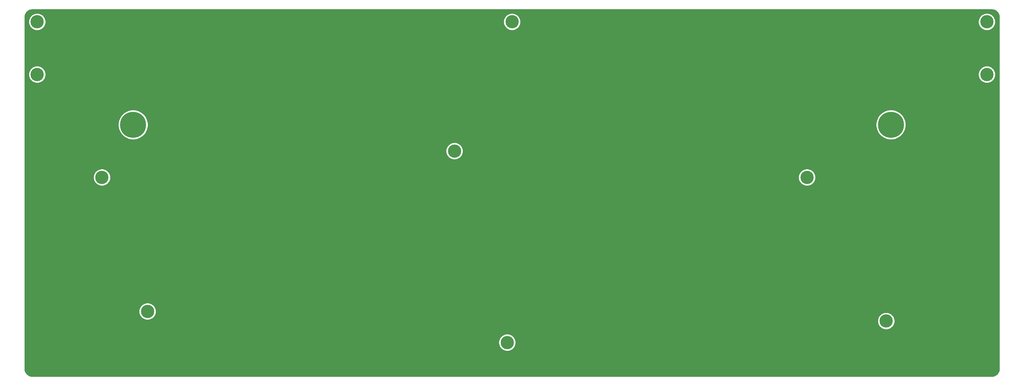
<source format=gbr>
G04 #@! TF.GenerationSoftware,KiCad,Pcbnew,(5.1.6)-1*
G04 #@! TF.CreationDate,2022-07-30T11:43:32-05:00*
G04 #@! TF.ProjectId,pinstripe_bottom,70696e73-7472-4697-9065-5f626f74746f,rev?*
G04 #@! TF.SameCoordinates,Original*
G04 #@! TF.FileFunction,Copper,L2,Bot*
G04 #@! TF.FilePolarity,Positive*
%FSLAX46Y46*%
G04 Gerber Fmt 4.6, Leading zero omitted, Abs format (unit mm)*
G04 Created by KiCad (PCBNEW (5.1.6)-1) date 2022-07-30 11:43:32*
%MOMM*%
%LPD*%
G01*
G04 APERTURE LIST*
G04 #@! TA.AperFunction,ComponentPad*
%ADD10C,4.400000*%
G04 #@! TD*
G04 #@! TA.AperFunction,ComponentPad*
%ADD11C,8.600000*%
G04 #@! TD*
G04 #@! TA.AperFunction,NonConductor*
%ADD12C,0.254000*%
G04 #@! TD*
G04 APERTURE END LIST*
D10*
X354012500Y-146050000D03*
X177800000Y-171450000D03*
X196850000Y-128587500D03*
X195262500Y-234950000D03*
X320675000Y-227806250D03*
X39687500Y-128587500D03*
X39687500Y-146050000D03*
X61118750Y-180181250D03*
X294481250Y-180181250D03*
X76200000Y-224631250D03*
X354012500Y-128587500D03*
D11*
X322262500Y-162718750D03*
X71437500Y-162718750D03*
D12*
G36*
X356087884Y-124536002D02*
G01*
X356557188Y-124677694D01*
X356990025Y-124907837D01*
X357369927Y-125217678D01*
X357682403Y-125595397D01*
X357915569Y-126026627D01*
X358060532Y-126494928D01*
X358115001Y-127013163D01*
X358115000Y-243648972D01*
X358063998Y-244169133D01*
X357922307Y-244638436D01*
X357692161Y-245071278D01*
X357382323Y-245451177D01*
X357004600Y-245763656D01*
X356573373Y-245996819D01*
X356105073Y-246141782D01*
X355586847Y-246196250D01*
X38132278Y-246196250D01*
X37612117Y-246145248D01*
X37142814Y-246003557D01*
X36709972Y-245773411D01*
X36330073Y-245463573D01*
X36017594Y-245085850D01*
X35784431Y-244654623D01*
X35639468Y-244186323D01*
X35585000Y-243668097D01*
X35585000Y-234670777D01*
X192427500Y-234670777D01*
X192427500Y-235229223D01*
X192536448Y-235776939D01*
X192750156Y-236292876D01*
X193060412Y-236757207D01*
X193455293Y-237152088D01*
X193919624Y-237462344D01*
X194435561Y-237676052D01*
X194983277Y-237785000D01*
X195541723Y-237785000D01*
X196089439Y-237676052D01*
X196605376Y-237462344D01*
X197069707Y-237152088D01*
X197464588Y-236757207D01*
X197774844Y-236292876D01*
X197988552Y-235776939D01*
X198097500Y-235229223D01*
X198097500Y-234670777D01*
X197988552Y-234123061D01*
X197774844Y-233607124D01*
X197464588Y-233142793D01*
X197069707Y-232747912D01*
X196605376Y-232437656D01*
X196089439Y-232223948D01*
X195541723Y-232115000D01*
X194983277Y-232115000D01*
X194435561Y-232223948D01*
X193919624Y-232437656D01*
X193455293Y-232747912D01*
X193060412Y-233142793D01*
X192750156Y-233607124D01*
X192536448Y-234123061D01*
X192427500Y-234670777D01*
X35585000Y-234670777D01*
X35585000Y-227527027D01*
X317840000Y-227527027D01*
X317840000Y-228085473D01*
X317948948Y-228633189D01*
X318162656Y-229149126D01*
X318472912Y-229613457D01*
X318867793Y-230008338D01*
X319332124Y-230318594D01*
X319848061Y-230532302D01*
X320395777Y-230641250D01*
X320954223Y-230641250D01*
X321501939Y-230532302D01*
X322017876Y-230318594D01*
X322482207Y-230008338D01*
X322877088Y-229613457D01*
X323187344Y-229149126D01*
X323401052Y-228633189D01*
X323510000Y-228085473D01*
X323510000Y-227527027D01*
X323401052Y-226979311D01*
X323187344Y-226463374D01*
X322877088Y-225999043D01*
X322482207Y-225604162D01*
X322017876Y-225293906D01*
X321501939Y-225080198D01*
X320954223Y-224971250D01*
X320395777Y-224971250D01*
X319848061Y-225080198D01*
X319332124Y-225293906D01*
X318867793Y-225604162D01*
X318472912Y-225999043D01*
X318162656Y-226463374D01*
X317948948Y-226979311D01*
X317840000Y-227527027D01*
X35585000Y-227527027D01*
X35585000Y-224352027D01*
X73365000Y-224352027D01*
X73365000Y-224910473D01*
X73473948Y-225458189D01*
X73687656Y-225974126D01*
X73997912Y-226438457D01*
X74392793Y-226833338D01*
X74857124Y-227143594D01*
X75373061Y-227357302D01*
X75920777Y-227466250D01*
X76479223Y-227466250D01*
X77026939Y-227357302D01*
X77542876Y-227143594D01*
X78007207Y-226833338D01*
X78402088Y-226438457D01*
X78712344Y-225974126D01*
X78926052Y-225458189D01*
X79035000Y-224910473D01*
X79035000Y-224352027D01*
X78926052Y-223804311D01*
X78712344Y-223288374D01*
X78402088Y-222824043D01*
X78007207Y-222429162D01*
X77542876Y-222118906D01*
X77026939Y-221905198D01*
X76479223Y-221796250D01*
X75920777Y-221796250D01*
X75373061Y-221905198D01*
X74857124Y-222118906D01*
X74392793Y-222429162D01*
X73997912Y-222824043D01*
X73687656Y-223288374D01*
X73473948Y-223804311D01*
X73365000Y-224352027D01*
X35585000Y-224352027D01*
X35585000Y-179902027D01*
X58283750Y-179902027D01*
X58283750Y-180460473D01*
X58392698Y-181008189D01*
X58606406Y-181524126D01*
X58916662Y-181988457D01*
X59311543Y-182383338D01*
X59775874Y-182693594D01*
X60291811Y-182907302D01*
X60839527Y-183016250D01*
X61397973Y-183016250D01*
X61945689Y-182907302D01*
X62461626Y-182693594D01*
X62925957Y-182383338D01*
X63320838Y-181988457D01*
X63631094Y-181524126D01*
X63844802Y-181008189D01*
X63953750Y-180460473D01*
X63953750Y-179902027D01*
X291646250Y-179902027D01*
X291646250Y-180460473D01*
X291755198Y-181008189D01*
X291968906Y-181524126D01*
X292279162Y-181988457D01*
X292674043Y-182383338D01*
X293138374Y-182693594D01*
X293654311Y-182907302D01*
X294202027Y-183016250D01*
X294760473Y-183016250D01*
X295308189Y-182907302D01*
X295824126Y-182693594D01*
X296288457Y-182383338D01*
X296683338Y-181988457D01*
X296993594Y-181524126D01*
X297207302Y-181008189D01*
X297316250Y-180460473D01*
X297316250Y-179902027D01*
X297207302Y-179354311D01*
X296993594Y-178838374D01*
X296683338Y-178374043D01*
X296288457Y-177979162D01*
X295824126Y-177668906D01*
X295308189Y-177455198D01*
X294760473Y-177346250D01*
X294202027Y-177346250D01*
X293654311Y-177455198D01*
X293138374Y-177668906D01*
X292674043Y-177979162D01*
X292279162Y-178374043D01*
X291968906Y-178838374D01*
X291755198Y-179354311D01*
X291646250Y-179902027D01*
X63953750Y-179902027D01*
X63844802Y-179354311D01*
X63631094Y-178838374D01*
X63320838Y-178374043D01*
X62925957Y-177979162D01*
X62461626Y-177668906D01*
X61945689Y-177455198D01*
X61397973Y-177346250D01*
X60839527Y-177346250D01*
X60291811Y-177455198D01*
X59775874Y-177668906D01*
X59311543Y-177979162D01*
X58916662Y-178374043D01*
X58606406Y-178838374D01*
X58392698Y-179354311D01*
X58283750Y-179902027D01*
X35585000Y-179902027D01*
X35585000Y-171170777D01*
X174965000Y-171170777D01*
X174965000Y-171729223D01*
X175073948Y-172276939D01*
X175287656Y-172792876D01*
X175597912Y-173257207D01*
X175992793Y-173652088D01*
X176457124Y-173962344D01*
X176973061Y-174176052D01*
X177520777Y-174285000D01*
X178079223Y-174285000D01*
X178626939Y-174176052D01*
X179142876Y-173962344D01*
X179607207Y-173652088D01*
X180002088Y-173257207D01*
X180312344Y-172792876D01*
X180526052Y-172276939D01*
X180635000Y-171729223D01*
X180635000Y-171170777D01*
X180526052Y-170623061D01*
X180312344Y-170107124D01*
X180002088Y-169642793D01*
X179607207Y-169247912D01*
X179142876Y-168937656D01*
X178626939Y-168723948D01*
X178079223Y-168615000D01*
X177520777Y-168615000D01*
X176973061Y-168723948D01*
X176457124Y-168937656D01*
X175992793Y-169247912D01*
X175597912Y-169642793D01*
X175287656Y-170107124D01*
X175073948Y-170623061D01*
X174965000Y-171170777D01*
X35585000Y-171170777D01*
X35585000Y-162232695D01*
X66502500Y-162232695D01*
X66502500Y-163204805D01*
X66692150Y-164158236D01*
X67064160Y-165056349D01*
X67604235Y-165864629D01*
X68291621Y-166552015D01*
X69099901Y-167092090D01*
X69998014Y-167464100D01*
X70951445Y-167653750D01*
X71923555Y-167653750D01*
X72876986Y-167464100D01*
X73775099Y-167092090D01*
X74583379Y-166552015D01*
X75270765Y-165864629D01*
X75810840Y-165056349D01*
X76182850Y-164158236D01*
X76372500Y-163204805D01*
X76372500Y-162232695D01*
X317327500Y-162232695D01*
X317327500Y-163204805D01*
X317517150Y-164158236D01*
X317889160Y-165056349D01*
X318429235Y-165864629D01*
X319116621Y-166552015D01*
X319924901Y-167092090D01*
X320823014Y-167464100D01*
X321776445Y-167653750D01*
X322748555Y-167653750D01*
X323701986Y-167464100D01*
X324600099Y-167092090D01*
X325408379Y-166552015D01*
X326095765Y-165864629D01*
X326635840Y-165056349D01*
X327007850Y-164158236D01*
X327197500Y-163204805D01*
X327197500Y-162232695D01*
X327007850Y-161279264D01*
X326635840Y-160381151D01*
X326095765Y-159572871D01*
X325408379Y-158885485D01*
X324600099Y-158345410D01*
X323701986Y-157973400D01*
X322748555Y-157783750D01*
X321776445Y-157783750D01*
X320823014Y-157973400D01*
X319924901Y-158345410D01*
X319116621Y-158885485D01*
X318429235Y-159572871D01*
X317889160Y-160381151D01*
X317517150Y-161279264D01*
X317327500Y-162232695D01*
X76372500Y-162232695D01*
X76182850Y-161279264D01*
X75810840Y-160381151D01*
X75270765Y-159572871D01*
X74583379Y-158885485D01*
X73775099Y-158345410D01*
X72876986Y-157973400D01*
X71923555Y-157783750D01*
X70951445Y-157783750D01*
X69998014Y-157973400D01*
X69099901Y-158345410D01*
X68291621Y-158885485D01*
X67604235Y-159572871D01*
X67064160Y-160381151D01*
X66692150Y-161279264D01*
X66502500Y-162232695D01*
X35585000Y-162232695D01*
X35585000Y-145770777D01*
X36852500Y-145770777D01*
X36852500Y-146329223D01*
X36961448Y-146876939D01*
X37175156Y-147392876D01*
X37485412Y-147857207D01*
X37880293Y-148252088D01*
X38344624Y-148562344D01*
X38860561Y-148776052D01*
X39408277Y-148885000D01*
X39966723Y-148885000D01*
X40514439Y-148776052D01*
X41030376Y-148562344D01*
X41494707Y-148252088D01*
X41889588Y-147857207D01*
X42199844Y-147392876D01*
X42413552Y-146876939D01*
X42522500Y-146329223D01*
X42522500Y-145770777D01*
X351177500Y-145770777D01*
X351177500Y-146329223D01*
X351286448Y-146876939D01*
X351500156Y-147392876D01*
X351810412Y-147857207D01*
X352205293Y-148252088D01*
X352669624Y-148562344D01*
X353185561Y-148776052D01*
X353733277Y-148885000D01*
X354291723Y-148885000D01*
X354839439Y-148776052D01*
X355355376Y-148562344D01*
X355819707Y-148252088D01*
X356214588Y-147857207D01*
X356524844Y-147392876D01*
X356738552Y-146876939D01*
X356847500Y-146329223D01*
X356847500Y-145770777D01*
X356738552Y-145223061D01*
X356524844Y-144707124D01*
X356214588Y-144242793D01*
X355819707Y-143847912D01*
X355355376Y-143537656D01*
X354839439Y-143323948D01*
X354291723Y-143215000D01*
X353733277Y-143215000D01*
X353185561Y-143323948D01*
X352669624Y-143537656D01*
X352205293Y-143847912D01*
X351810412Y-144242793D01*
X351500156Y-144707124D01*
X351286448Y-145223061D01*
X351177500Y-145770777D01*
X42522500Y-145770777D01*
X42413552Y-145223061D01*
X42199844Y-144707124D01*
X41889588Y-144242793D01*
X41494707Y-143847912D01*
X41030376Y-143537656D01*
X40514439Y-143323948D01*
X39966723Y-143215000D01*
X39408277Y-143215000D01*
X38860561Y-143323948D01*
X38344624Y-143537656D01*
X37880293Y-143847912D01*
X37485412Y-144242793D01*
X37175156Y-144707124D01*
X36961448Y-145223061D01*
X36852500Y-145770777D01*
X35585000Y-145770777D01*
X35585000Y-128308277D01*
X36852500Y-128308277D01*
X36852500Y-128866723D01*
X36961448Y-129414439D01*
X37175156Y-129930376D01*
X37485412Y-130394707D01*
X37880293Y-130789588D01*
X38344624Y-131099844D01*
X38860561Y-131313552D01*
X39408277Y-131422500D01*
X39966723Y-131422500D01*
X40514439Y-131313552D01*
X41030376Y-131099844D01*
X41494707Y-130789588D01*
X41889588Y-130394707D01*
X42199844Y-129930376D01*
X42413552Y-129414439D01*
X42522500Y-128866723D01*
X42522500Y-128308277D01*
X194015000Y-128308277D01*
X194015000Y-128866723D01*
X194123948Y-129414439D01*
X194337656Y-129930376D01*
X194647912Y-130394707D01*
X195042793Y-130789588D01*
X195507124Y-131099844D01*
X196023061Y-131313552D01*
X196570777Y-131422500D01*
X197129223Y-131422500D01*
X197676939Y-131313552D01*
X198192876Y-131099844D01*
X198657207Y-130789588D01*
X199052088Y-130394707D01*
X199362344Y-129930376D01*
X199576052Y-129414439D01*
X199685000Y-128866723D01*
X199685000Y-128308277D01*
X351177500Y-128308277D01*
X351177500Y-128866723D01*
X351286448Y-129414439D01*
X351500156Y-129930376D01*
X351810412Y-130394707D01*
X352205293Y-130789588D01*
X352669624Y-131099844D01*
X353185561Y-131313552D01*
X353733277Y-131422500D01*
X354291723Y-131422500D01*
X354839439Y-131313552D01*
X355355376Y-131099844D01*
X355819707Y-130789588D01*
X356214588Y-130394707D01*
X356524844Y-129930376D01*
X356738552Y-129414439D01*
X356847500Y-128866723D01*
X356847500Y-128308277D01*
X356738552Y-127760561D01*
X356524844Y-127244624D01*
X356214588Y-126780293D01*
X355819707Y-126385412D01*
X355355376Y-126075156D01*
X354839439Y-125861448D01*
X354291723Y-125752500D01*
X353733277Y-125752500D01*
X353185561Y-125861448D01*
X352669624Y-126075156D01*
X352205293Y-126385412D01*
X351810412Y-126780293D01*
X351500156Y-127244624D01*
X351286448Y-127760561D01*
X351177500Y-128308277D01*
X199685000Y-128308277D01*
X199576052Y-127760561D01*
X199362344Y-127244624D01*
X199052088Y-126780293D01*
X198657207Y-126385412D01*
X198192876Y-126075156D01*
X197676939Y-125861448D01*
X197129223Y-125752500D01*
X196570777Y-125752500D01*
X196023061Y-125861448D01*
X195507124Y-126075156D01*
X195042793Y-126385412D01*
X194647912Y-126780293D01*
X194337656Y-127244624D01*
X194123948Y-127760561D01*
X194015000Y-128308277D01*
X42522500Y-128308277D01*
X42413552Y-127760561D01*
X42199844Y-127244624D01*
X41889588Y-126780293D01*
X41494707Y-126385412D01*
X41030376Y-126075156D01*
X40514439Y-125861448D01*
X39966723Y-125752500D01*
X39408277Y-125752500D01*
X38860561Y-125861448D01*
X38344624Y-126075156D01*
X37880293Y-126385412D01*
X37485412Y-126780293D01*
X37175156Y-127244624D01*
X36961448Y-127760561D01*
X36852500Y-128308277D01*
X35585000Y-128308277D01*
X35585000Y-127032278D01*
X35636002Y-126512116D01*
X35777694Y-126042812D01*
X36007837Y-125609975D01*
X36317678Y-125230073D01*
X36695397Y-124917597D01*
X37126627Y-124684431D01*
X37594928Y-124539468D01*
X38113153Y-124485000D01*
X355567722Y-124485000D01*
X356087884Y-124536002D01*
G37*
X356087884Y-124536002D02*
X356557188Y-124677694D01*
X356990025Y-124907837D01*
X357369927Y-125217678D01*
X357682403Y-125595397D01*
X357915569Y-126026627D01*
X358060532Y-126494928D01*
X358115001Y-127013163D01*
X358115000Y-243648972D01*
X358063998Y-244169133D01*
X357922307Y-244638436D01*
X357692161Y-245071278D01*
X357382323Y-245451177D01*
X357004600Y-245763656D01*
X356573373Y-245996819D01*
X356105073Y-246141782D01*
X355586847Y-246196250D01*
X38132278Y-246196250D01*
X37612117Y-246145248D01*
X37142814Y-246003557D01*
X36709972Y-245773411D01*
X36330073Y-245463573D01*
X36017594Y-245085850D01*
X35784431Y-244654623D01*
X35639468Y-244186323D01*
X35585000Y-243668097D01*
X35585000Y-234670777D01*
X192427500Y-234670777D01*
X192427500Y-235229223D01*
X192536448Y-235776939D01*
X192750156Y-236292876D01*
X193060412Y-236757207D01*
X193455293Y-237152088D01*
X193919624Y-237462344D01*
X194435561Y-237676052D01*
X194983277Y-237785000D01*
X195541723Y-237785000D01*
X196089439Y-237676052D01*
X196605376Y-237462344D01*
X197069707Y-237152088D01*
X197464588Y-236757207D01*
X197774844Y-236292876D01*
X197988552Y-235776939D01*
X198097500Y-235229223D01*
X198097500Y-234670777D01*
X197988552Y-234123061D01*
X197774844Y-233607124D01*
X197464588Y-233142793D01*
X197069707Y-232747912D01*
X196605376Y-232437656D01*
X196089439Y-232223948D01*
X195541723Y-232115000D01*
X194983277Y-232115000D01*
X194435561Y-232223948D01*
X193919624Y-232437656D01*
X193455293Y-232747912D01*
X193060412Y-233142793D01*
X192750156Y-233607124D01*
X192536448Y-234123061D01*
X192427500Y-234670777D01*
X35585000Y-234670777D01*
X35585000Y-227527027D01*
X317840000Y-227527027D01*
X317840000Y-228085473D01*
X317948948Y-228633189D01*
X318162656Y-229149126D01*
X318472912Y-229613457D01*
X318867793Y-230008338D01*
X319332124Y-230318594D01*
X319848061Y-230532302D01*
X320395777Y-230641250D01*
X320954223Y-230641250D01*
X321501939Y-230532302D01*
X322017876Y-230318594D01*
X322482207Y-230008338D01*
X322877088Y-229613457D01*
X323187344Y-229149126D01*
X323401052Y-228633189D01*
X323510000Y-228085473D01*
X323510000Y-227527027D01*
X323401052Y-226979311D01*
X323187344Y-226463374D01*
X322877088Y-225999043D01*
X322482207Y-225604162D01*
X322017876Y-225293906D01*
X321501939Y-225080198D01*
X320954223Y-224971250D01*
X320395777Y-224971250D01*
X319848061Y-225080198D01*
X319332124Y-225293906D01*
X318867793Y-225604162D01*
X318472912Y-225999043D01*
X318162656Y-226463374D01*
X317948948Y-226979311D01*
X317840000Y-227527027D01*
X35585000Y-227527027D01*
X35585000Y-224352027D01*
X73365000Y-224352027D01*
X73365000Y-224910473D01*
X73473948Y-225458189D01*
X73687656Y-225974126D01*
X73997912Y-226438457D01*
X74392793Y-226833338D01*
X74857124Y-227143594D01*
X75373061Y-227357302D01*
X75920777Y-227466250D01*
X76479223Y-227466250D01*
X77026939Y-227357302D01*
X77542876Y-227143594D01*
X78007207Y-226833338D01*
X78402088Y-226438457D01*
X78712344Y-225974126D01*
X78926052Y-225458189D01*
X79035000Y-224910473D01*
X79035000Y-224352027D01*
X78926052Y-223804311D01*
X78712344Y-223288374D01*
X78402088Y-222824043D01*
X78007207Y-222429162D01*
X77542876Y-222118906D01*
X77026939Y-221905198D01*
X76479223Y-221796250D01*
X75920777Y-221796250D01*
X75373061Y-221905198D01*
X74857124Y-222118906D01*
X74392793Y-222429162D01*
X73997912Y-222824043D01*
X73687656Y-223288374D01*
X73473948Y-223804311D01*
X73365000Y-224352027D01*
X35585000Y-224352027D01*
X35585000Y-179902027D01*
X58283750Y-179902027D01*
X58283750Y-180460473D01*
X58392698Y-181008189D01*
X58606406Y-181524126D01*
X58916662Y-181988457D01*
X59311543Y-182383338D01*
X59775874Y-182693594D01*
X60291811Y-182907302D01*
X60839527Y-183016250D01*
X61397973Y-183016250D01*
X61945689Y-182907302D01*
X62461626Y-182693594D01*
X62925957Y-182383338D01*
X63320838Y-181988457D01*
X63631094Y-181524126D01*
X63844802Y-181008189D01*
X63953750Y-180460473D01*
X63953750Y-179902027D01*
X291646250Y-179902027D01*
X291646250Y-180460473D01*
X291755198Y-181008189D01*
X291968906Y-181524126D01*
X292279162Y-181988457D01*
X292674043Y-182383338D01*
X293138374Y-182693594D01*
X293654311Y-182907302D01*
X294202027Y-183016250D01*
X294760473Y-183016250D01*
X295308189Y-182907302D01*
X295824126Y-182693594D01*
X296288457Y-182383338D01*
X296683338Y-181988457D01*
X296993594Y-181524126D01*
X297207302Y-181008189D01*
X297316250Y-180460473D01*
X297316250Y-179902027D01*
X297207302Y-179354311D01*
X296993594Y-178838374D01*
X296683338Y-178374043D01*
X296288457Y-177979162D01*
X295824126Y-177668906D01*
X295308189Y-177455198D01*
X294760473Y-177346250D01*
X294202027Y-177346250D01*
X293654311Y-177455198D01*
X293138374Y-177668906D01*
X292674043Y-177979162D01*
X292279162Y-178374043D01*
X291968906Y-178838374D01*
X291755198Y-179354311D01*
X291646250Y-179902027D01*
X63953750Y-179902027D01*
X63844802Y-179354311D01*
X63631094Y-178838374D01*
X63320838Y-178374043D01*
X62925957Y-177979162D01*
X62461626Y-177668906D01*
X61945689Y-177455198D01*
X61397973Y-177346250D01*
X60839527Y-177346250D01*
X60291811Y-177455198D01*
X59775874Y-177668906D01*
X59311543Y-177979162D01*
X58916662Y-178374043D01*
X58606406Y-178838374D01*
X58392698Y-179354311D01*
X58283750Y-179902027D01*
X35585000Y-179902027D01*
X35585000Y-171170777D01*
X174965000Y-171170777D01*
X174965000Y-171729223D01*
X175073948Y-172276939D01*
X175287656Y-172792876D01*
X175597912Y-173257207D01*
X175992793Y-173652088D01*
X176457124Y-173962344D01*
X176973061Y-174176052D01*
X177520777Y-174285000D01*
X178079223Y-174285000D01*
X178626939Y-174176052D01*
X179142876Y-173962344D01*
X179607207Y-173652088D01*
X180002088Y-173257207D01*
X180312344Y-172792876D01*
X180526052Y-172276939D01*
X180635000Y-171729223D01*
X180635000Y-171170777D01*
X180526052Y-170623061D01*
X180312344Y-170107124D01*
X180002088Y-169642793D01*
X179607207Y-169247912D01*
X179142876Y-168937656D01*
X178626939Y-168723948D01*
X178079223Y-168615000D01*
X177520777Y-168615000D01*
X176973061Y-168723948D01*
X176457124Y-168937656D01*
X175992793Y-169247912D01*
X175597912Y-169642793D01*
X175287656Y-170107124D01*
X175073948Y-170623061D01*
X174965000Y-171170777D01*
X35585000Y-171170777D01*
X35585000Y-162232695D01*
X66502500Y-162232695D01*
X66502500Y-163204805D01*
X66692150Y-164158236D01*
X67064160Y-165056349D01*
X67604235Y-165864629D01*
X68291621Y-166552015D01*
X69099901Y-167092090D01*
X69998014Y-167464100D01*
X70951445Y-167653750D01*
X71923555Y-167653750D01*
X72876986Y-167464100D01*
X73775099Y-167092090D01*
X74583379Y-166552015D01*
X75270765Y-165864629D01*
X75810840Y-165056349D01*
X76182850Y-164158236D01*
X76372500Y-163204805D01*
X76372500Y-162232695D01*
X317327500Y-162232695D01*
X317327500Y-163204805D01*
X317517150Y-164158236D01*
X317889160Y-165056349D01*
X318429235Y-165864629D01*
X319116621Y-166552015D01*
X319924901Y-167092090D01*
X320823014Y-167464100D01*
X321776445Y-167653750D01*
X322748555Y-167653750D01*
X323701986Y-167464100D01*
X324600099Y-167092090D01*
X325408379Y-166552015D01*
X326095765Y-165864629D01*
X326635840Y-165056349D01*
X327007850Y-164158236D01*
X327197500Y-163204805D01*
X327197500Y-162232695D01*
X327007850Y-161279264D01*
X326635840Y-160381151D01*
X326095765Y-159572871D01*
X325408379Y-158885485D01*
X324600099Y-158345410D01*
X323701986Y-157973400D01*
X322748555Y-157783750D01*
X321776445Y-157783750D01*
X320823014Y-157973400D01*
X319924901Y-158345410D01*
X319116621Y-158885485D01*
X318429235Y-159572871D01*
X317889160Y-160381151D01*
X317517150Y-161279264D01*
X317327500Y-162232695D01*
X76372500Y-162232695D01*
X76182850Y-161279264D01*
X75810840Y-160381151D01*
X75270765Y-159572871D01*
X74583379Y-158885485D01*
X73775099Y-158345410D01*
X72876986Y-157973400D01*
X71923555Y-157783750D01*
X70951445Y-157783750D01*
X69998014Y-157973400D01*
X69099901Y-158345410D01*
X68291621Y-158885485D01*
X67604235Y-159572871D01*
X67064160Y-160381151D01*
X66692150Y-161279264D01*
X66502500Y-162232695D01*
X35585000Y-162232695D01*
X35585000Y-145770777D01*
X36852500Y-145770777D01*
X36852500Y-146329223D01*
X36961448Y-146876939D01*
X37175156Y-147392876D01*
X37485412Y-147857207D01*
X37880293Y-148252088D01*
X38344624Y-148562344D01*
X38860561Y-148776052D01*
X39408277Y-148885000D01*
X39966723Y-148885000D01*
X40514439Y-148776052D01*
X41030376Y-148562344D01*
X41494707Y-148252088D01*
X41889588Y-147857207D01*
X42199844Y-147392876D01*
X42413552Y-146876939D01*
X42522500Y-146329223D01*
X42522500Y-145770777D01*
X351177500Y-145770777D01*
X351177500Y-146329223D01*
X351286448Y-146876939D01*
X351500156Y-147392876D01*
X351810412Y-147857207D01*
X352205293Y-148252088D01*
X352669624Y-148562344D01*
X353185561Y-148776052D01*
X353733277Y-148885000D01*
X354291723Y-148885000D01*
X354839439Y-148776052D01*
X355355376Y-148562344D01*
X355819707Y-148252088D01*
X356214588Y-147857207D01*
X356524844Y-147392876D01*
X356738552Y-146876939D01*
X356847500Y-146329223D01*
X356847500Y-145770777D01*
X356738552Y-145223061D01*
X356524844Y-144707124D01*
X356214588Y-144242793D01*
X355819707Y-143847912D01*
X355355376Y-143537656D01*
X354839439Y-143323948D01*
X354291723Y-143215000D01*
X353733277Y-143215000D01*
X353185561Y-143323948D01*
X352669624Y-143537656D01*
X352205293Y-143847912D01*
X351810412Y-144242793D01*
X351500156Y-144707124D01*
X351286448Y-145223061D01*
X351177500Y-145770777D01*
X42522500Y-145770777D01*
X42413552Y-145223061D01*
X42199844Y-144707124D01*
X41889588Y-144242793D01*
X41494707Y-143847912D01*
X41030376Y-143537656D01*
X40514439Y-143323948D01*
X39966723Y-143215000D01*
X39408277Y-143215000D01*
X38860561Y-143323948D01*
X38344624Y-143537656D01*
X37880293Y-143847912D01*
X37485412Y-144242793D01*
X37175156Y-144707124D01*
X36961448Y-145223061D01*
X36852500Y-145770777D01*
X35585000Y-145770777D01*
X35585000Y-128308277D01*
X36852500Y-128308277D01*
X36852500Y-128866723D01*
X36961448Y-129414439D01*
X37175156Y-129930376D01*
X37485412Y-130394707D01*
X37880293Y-130789588D01*
X38344624Y-131099844D01*
X38860561Y-131313552D01*
X39408277Y-131422500D01*
X39966723Y-131422500D01*
X40514439Y-131313552D01*
X41030376Y-131099844D01*
X41494707Y-130789588D01*
X41889588Y-130394707D01*
X42199844Y-129930376D01*
X42413552Y-129414439D01*
X42522500Y-128866723D01*
X42522500Y-128308277D01*
X194015000Y-128308277D01*
X194015000Y-128866723D01*
X194123948Y-129414439D01*
X194337656Y-129930376D01*
X194647912Y-130394707D01*
X195042793Y-130789588D01*
X195507124Y-131099844D01*
X196023061Y-131313552D01*
X196570777Y-131422500D01*
X197129223Y-131422500D01*
X197676939Y-131313552D01*
X198192876Y-131099844D01*
X198657207Y-130789588D01*
X199052088Y-130394707D01*
X199362344Y-129930376D01*
X199576052Y-129414439D01*
X199685000Y-128866723D01*
X199685000Y-128308277D01*
X351177500Y-128308277D01*
X351177500Y-128866723D01*
X351286448Y-129414439D01*
X351500156Y-129930376D01*
X351810412Y-130394707D01*
X352205293Y-130789588D01*
X352669624Y-131099844D01*
X353185561Y-131313552D01*
X353733277Y-131422500D01*
X354291723Y-131422500D01*
X354839439Y-131313552D01*
X355355376Y-131099844D01*
X355819707Y-130789588D01*
X356214588Y-130394707D01*
X356524844Y-129930376D01*
X356738552Y-129414439D01*
X356847500Y-128866723D01*
X356847500Y-128308277D01*
X356738552Y-127760561D01*
X356524844Y-127244624D01*
X356214588Y-126780293D01*
X355819707Y-126385412D01*
X355355376Y-126075156D01*
X354839439Y-125861448D01*
X354291723Y-125752500D01*
X353733277Y-125752500D01*
X353185561Y-125861448D01*
X352669624Y-126075156D01*
X352205293Y-126385412D01*
X351810412Y-126780293D01*
X351500156Y-127244624D01*
X351286448Y-127760561D01*
X351177500Y-128308277D01*
X199685000Y-128308277D01*
X199576052Y-127760561D01*
X199362344Y-127244624D01*
X199052088Y-126780293D01*
X198657207Y-126385412D01*
X198192876Y-126075156D01*
X197676939Y-125861448D01*
X197129223Y-125752500D01*
X196570777Y-125752500D01*
X196023061Y-125861448D01*
X195507124Y-126075156D01*
X195042793Y-126385412D01*
X194647912Y-126780293D01*
X194337656Y-127244624D01*
X194123948Y-127760561D01*
X194015000Y-128308277D01*
X42522500Y-128308277D01*
X42413552Y-127760561D01*
X42199844Y-127244624D01*
X41889588Y-126780293D01*
X41494707Y-126385412D01*
X41030376Y-126075156D01*
X40514439Y-125861448D01*
X39966723Y-125752500D01*
X39408277Y-125752500D01*
X38860561Y-125861448D01*
X38344624Y-126075156D01*
X37880293Y-126385412D01*
X37485412Y-126780293D01*
X37175156Y-127244624D01*
X36961448Y-127760561D01*
X36852500Y-128308277D01*
X35585000Y-128308277D01*
X35585000Y-127032278D01*
X35636002Y-126512116D01*
X35777694Y-126042812D01*
X36007837Y-125609975D01*
X36317678Y-125230073D01*
X36695397Y-124917597D01*
X37126627Y-124684431D01*
X37594928Y-124539468D01*
X38113153Y-124485000D01*
X355567722Y-124485000D01*
X356087884Y-124536002D01*
M02*

</source>
